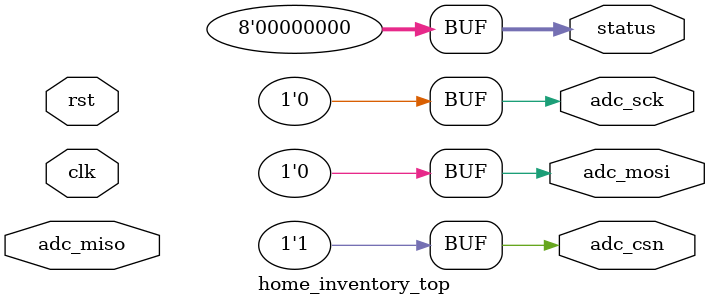
<source format=v>

`default_nettype none

module home_inventory_top (
    input  wire        clk,
    input  wire        rst,

    // ADC interface (placeholder)
    output wire        adc_sck,
    output wire        adc_csn,
    output wire        adc_mosi,
    input  wire        adc_miso,

    // Simple debug/status
    output wire [7:0]  status
);

    // TODO: implement register map + ADC sampling + event detection.
    assign adc_sck  = 1'b0;
    assign adc_csn  = 1'b1;
    assign adc_mosi = 1'b0;
    assign status   = 8'h00;

endmodule

`default_nettype wire

</source>
